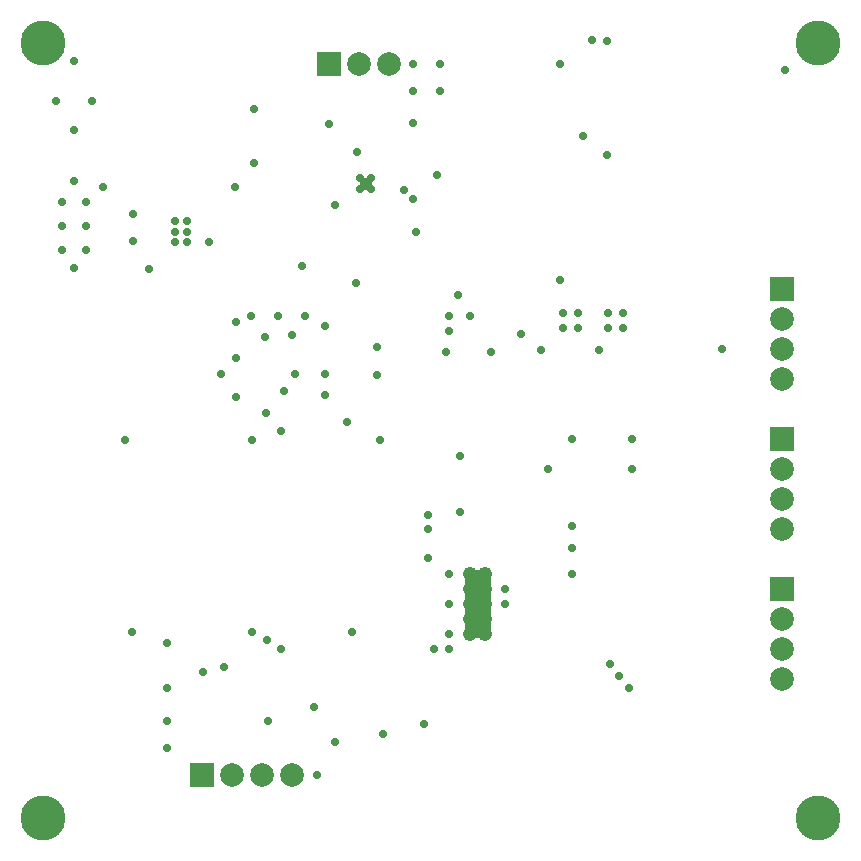
<source format=gbs>
G04*
G04 #@! TF.GenerationSoftware,Altium Limited,Altium Designer,21.6.1 (37)*
G04*
G04 Layer_Color=16711935*
%FSLAX25Y25*%
%MOIN*%
G70*
G04*
G04 #@! TF.SameCoordinates,E52BCAAB-68D7-4A3F-A5E9-698283CEFC01*
G04*
G04*
G04 #@! TF.FilePolarity,Negative*
G04*
G01*
G75*
%ADD125R,0.07887X0.07887*%
%ADD126C,0.07887*%
%ADD127C,0.04760*%
%ADD128R,0.07887X0.07887*%
%ADD129C,0.14973*%
%ADD130C,0.02769*%
%ADD131C,0.02800*%
%ADD145R,0.08900X0.22700*%
%ADD146R,0.04085X0.03869*%
D125*
X61500Y23000D02*
D03*
X104000Y260000D02*
D03*
D126*
X71500Y23000D02*
D03*
X81500D02*
D03*
X91500D02*
D03*
X124000Y260000D02*
D03*
X114000D02*
D03*
X255000Y155000D02*
D03*
Y165000D02*
D03*
Y175000D02*
D03*
Y125000D02*
D03*
Y115000D02*
D03*
Y105000D02*
D03*
Y55000D02*
D03*
Y65000D02*
D03*
Y75000D02*
D03*
D127*
X156000Y70000D02*
D03*
X151000D02*
D03*
Y80000D02*
D03*
Y75000D02*
D03*
X156000Y80000D02*
D03*
Y75000D02*
D03*
Y85000D02*
D03*
Y90000D02*
D03*
X151000Y85000D02*
D03*
Y90000D02*
D03*
D128*
X255000Y185000D02*
D03*
Y135000D02*
D03*
Y85000D02*
D03*
D129*
X8500Y8500D02*
D03*
Y267000D02*
D03*
X267000Y8500D02*
D03*
Y267000D02*
D03*
D130*
X116000Y220000D02*
D03*
X117968Y218032D02*
D03*
X114032Y218032D02*
D03*
X114032Y221969D02*
D03*
X117968Y221969D02*
D03*
X52631Y207443D02*
D03*
X56568D02*
D03*
X52631Y203900D02*
D03*
Y200357D02*
D03*
X56568D02*
D03*
Y203900D02*
D03*
D131*
X132000Y260000D02*
D03*
Y251000D02*
D03*
X50000Y52000D02*
D03*
X19000Y221000D02*
D03*
X181000Y260000D02*
D03*
X106000Y34000D02*
D03*
X91500Y169500D02*
D03*
X96000Y176000D02*
D03*
X87000D02*
D03*
X78000D02*
D03*
X141000Y251000D02*
D03*
Y260000D02*
D03*
X15000Y214000D02*
D03*
X23000D02*
D03*
Y206000D02*
D03*
X15000D02*
D03*
Y198000D02*
D03*
X25000Y247500D02*
D03*
X13000D02*
D03*
X200500Y56000D02*
D03*
X204000Y52000D02*
D03*
X197500Y60000D02*
D03*
X120000Y156300D02*
D03*
Y165600D02*
D03*
X185000Y90000D02*
D03*
X104000Y240000D02*
D03*
X162500Y85000D02*
D03*
Y80000D02*
D03*
X185000Y98500D02*
D03*
X139000Y65000D02*
D03*
X144000D02*
D03*
X100000Y23000D02*
D03*
X205000Y135000D02*
D03*
X235000Y165000D02*
D03*
X205000Y125000D02*
D03*
X177000D02*
D03*
X99000Y45500D02*
D03*
X147000Y183000D02*
D03*
X174500Y164500D02*
D03*
X194000D02*
D03*
X182000Y172000D02*
D03*
X187000D02*
D03*
X197000D02*
D03*
X202000D02*
D03*
Y177000D02*
D03*
X197000D02*
D03*
X187000D02*
D03*
X182000D02*
D03*
X151000Y176000D02*
D03*
X144000Y171000D02*
D03*
Y176000D02*
D03*
X62000Y57126D02*
D03*
X147650Y110350D02*
D03*
X147500Y129200D02*
D03*
X136800Y95300D02*
D03*
X144000Y70000D02*
D03*
Y80000D02*
D03*
Y90000D02*
D03*
X135500Y39800D02*
D03*
X143000Y164000D02*
D03*
X19000Y261000D02*
D03*
Y238000D02*
D03*
Y192000D02*
D03*
X23000Y198000D02*
D03*
X89000Y151000D02*
D03*
X82400Y169000D02*
D03*
X73000Y174000D02*
D03*
X50000Y32000D02*
D03*
X79000Y227000D02*
D03*
X132000Y240300D02*
D03*
X185000Y135000D02*
D03*
X38100Y70500D02*
D03*
X185000Y106000D02*
D03*
X120800Y134500D02*
D03*
X35800D02*
D03*
X78300D02*
D03*
X113000Y187000D02*
D03*
X133000Y204000D02*
D03*
X158000Y164000D02*
D03*
X78300Y70500D02*
D03*
X111400D02*
D03*
X122000Y36500D02*
D03*
X50000Y41000D02*
D03*
X102500Y172346D02*
D03*
Y149653D02*
D03*
X73000Y162000D02*
D03*
Y149000D02*
D03*
X68000Y156500D02*
D03*
X113100Y230500D02*
D03*
X44000Y191372D02*
D03*
X28638Y218850D02*
D03*
X132000Y215000D02*
D03*
X129000Y218000D02*
D03*
X95000Y192500D02*
D03*
X140000Y223000D02*
D03*
X196362Y267562D02*
D03*
X256000Y258000D02*
D03*
X196500Y229500D02*
D03*
X188500Y236000D02*
D03*
X167984Y170000D02*
D03*
X83500Y41000D02*
D03*
X50000Y67000D02*
D03*
X68800Y59000D02*
D03*
X83000Y143500D02*
D03*
X110000Y140500D02*
D03*
X87800Y137500D02*
D03*
X83026Y68000D02*
D03*
X87750Y65000D02*
D03*
X136800Y109500D02*
D03*
Y104700D02*
D03*
X191600Y267700D02*
D03*
X92500Y156400D02*
D03*
X102407Y156346D02*
D03*
X79000Y245000D02*
D03*
X105700Y212700D02*
D03*
X72500Y218800D02*
D03*
X38500Y210000D02*
D03*
X38600Y200800D02*
D03*
X63900Y200400D02*
D03*
X181000Y188000D02*
D03*
D145*
X153550Y79950D02*
D03*
D146*
X116058Y219966D02*
D03*
M02*

</source>
